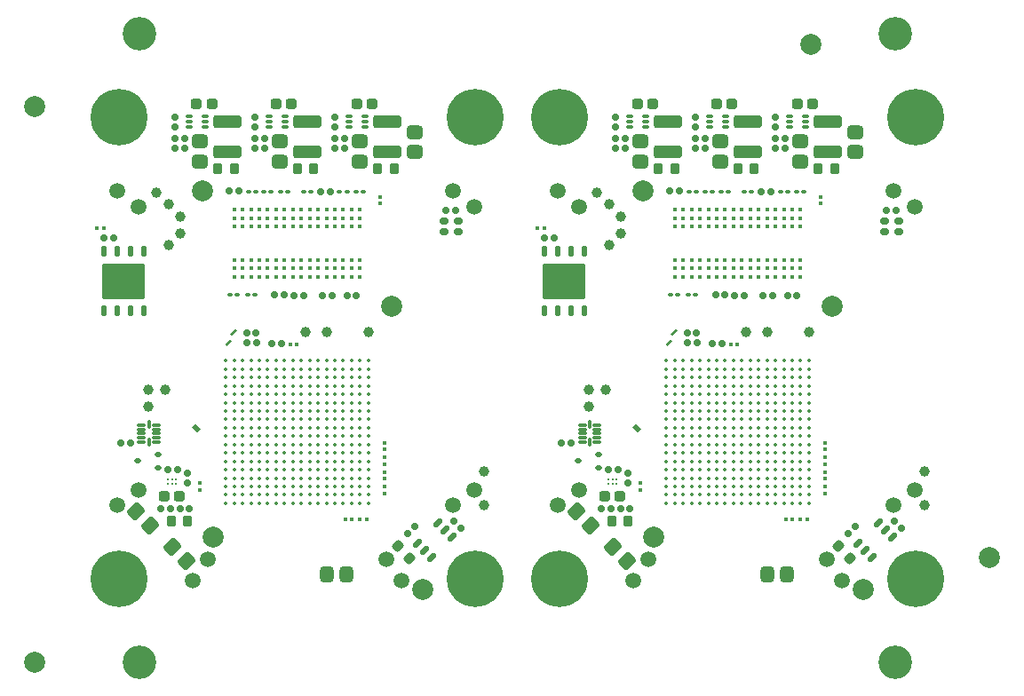
<source format=gbr>
G04*
G04 #@! TF.GenerationSoftware,Altium Limited,Altium Designer,22.4.2 (48)*
G04*
G04 Layer_Color=8388736*
%FSAX24Y24*%
%MOIN*%
G70*
G04*
G04 #@! TF.SameCoordinates,F7066761-1C42-41DA-97EA-36D59BDE51B8*
G04*
G04*
G04 #@! TF.FilePolarity,Negative*
G04*
G01*
G75*
%ADD10C,0.0394*%
%ADD15C,0.0138*%
G04:AMPARAMS|DCode=16|XSize=31.5mil|YSize=27.6mil|CornerRadius=6.9mil|HoleSize=0mil|Usage=FLASHONLY|Rotation=0.000|XOffset=0mil|YOffset=0mil|HoleType=Round|Shape=RoundedRectangle|*
%AMROUNDEDRECTD16*
21,1,0.0315,0.0138,0,0,0.0*
21,1,0.0177,0.0276,0,0,0.0*
1,1,0.0138,0.0089,-0.0069*
1,1,0.0138,-0.0089,-0.0069*
1,1,0.0138,-0.0089,0.0069*
1,1,0.0138,0.0089,0.0069*
%
%ADD16ROUNDEDRECTD16*%
G04:AMPARAMS|DCode=17|XSize=25.2mil|YSize=25.2mil|CornerRadius=6.3mil|HoleSize=0mil|Usage=FLASHONLY|Rotation=90.000|XOffset=0mil|YOffset=0mil|HoleType=Round|Shape=RoundedRectangle|*
%AMROUNDEDRECTD17*
21,1,0.0252,0.0126,0,0,90.0*
21,1,0.0126,0.0252,0,0,90.0*
1,1,0.0126,0.0063,0.0063*
1,1,0.0126,0.0063,-0.0063*
1,1,0.0126,-0.0063,-0.0063*
1,1,0.0126,-0.0063,0.0063*
%
%ADD17ROUNDEDRECTD17*%
%ADD18C,0.0110*%
G04:AMPARAMS|DCode=19|XSize=39.4mil|YSize=35.4mil|CornerRadius=8.9mil|HoleSize=0mil|Usage=FLASHONLY|Rotation=90.000|XOffset=0mil|YOffset=0mil|HoleType=Round|Shape=RoundedRectangle|*
%AMROUNDEDRECTD19*
21,1,0.0394,0.0177,0,0,90.0*
21,1,0.0217,0.0354,0,0,90.0*
1,1,0.0177,0.0089,0.0108*
1,1,0.0177,0.0089,-0.0108*
1,1,0.0177,-0.0089,-0.0108*
1,1,0.0177,-0.0089,0.0108*
%
%ADD19ROUNDEDRECTD19*%
G04:AMPARAMS|DCode=20|XSize=39.4mil|YSize=35.4mil|CornerRadius=8.9mil|HoleSize=0mil|Usage=FLASHONLY|Rotation=225.000|XOffset=0mil|YOffset=0mil|HoleType=Round|Shape=RoundedRectangle|*
%AMROUNDEDRECTD20*
21,1,0.0394,0.0177,0,0,225.0*
21,1,0.0217,0.0354,0,0,225.0*
1,1,0.0177,-0.0139,-0.0014*
1,1,0.0177,0.0014,0.0139*
1,1,0.0177,0.0139,0.0014*
1,1,0.0177,-0.0014,-0.0139*
%
%ADD20ROUNDEDRECTD20*%
G04:AMPARAMS|DCode=21|XSize=107.1mil|YSize=48.4mil|CornerRadius=12.1mil|HoleSize=0mil|Usage=FLASHONLY|Rotation=0.000|XOffset=0mil|YOffset=0mil|HoleType=Round|Shape=RoundedRectangle|*
%AMROUNDEDRECTD21*
21,1,0.1071,0.0242,0,0,0.0*
21,1,0.0829,0.0484,0,0,0.0*
1,1,0.0242,0.0414,-0.0121*
1,1,0.0242,-0.0414,-0.0121*
1,1,0.0242,-0.0414,0.0121*
1,1,0.0242,0.0414,0.0121*
%
%ADD21ROUNDEDRECTD21*%
G04:AMPARAMS|DCode=22|XSize=59.1mil|YSize=51.2mil|CornerRadius=12.8mil|HoleSize=0mil|Usage=FLASHONLY|Rotation=0.000|XOffset=0mil|YOffset=0mil|HoleType=Round|Shape=RoundedRectangle|*
%AMROUNDEDRECTD22*
21,1,0.0591,0.0256,0,0,0.0*
21,1,0.0335,0.0512,0,0,0.0*
1,1,0.0256,0.0167,-0.0128*
1,1,0.0256,-0.0167,-0.0128*
1,1,0.0256,-0.0167,0.0128*
1,1,0.0256,0.0167,0.0128*
%
%ADD22ROUNDEDRECTD22*%
G04:AMPARAMS|DCode=23|XSize=37.4mil|YSize=41.3mil|CornerRadius=9.4mil|HoleSize=0mil|Usage=FLASHONLY|Rotation=270.000|XOffset=0mil|YOffset=0mil|HoleType=Round|Shape=RoundedRectangle|*
%AMROUNDEDRECTD23*
21,1,0.0374,0.0226,0,0,270.0*
21,1,0.0187,0.0413,0,0,270.0*
1,1,0.0187,-0.0113,-0.0094*
1,1,0.0187,-0.0113,0.0094*
1,1,0.0187,0.0113,0.0094*
1,1,0.0187,0.0113,-0.0094*
%
%ADD23ROUNDEDRECTD23*%
G04:AMPARAMS|DCode=24|XSize=59.1mil|YSize=51.2mil|CornerRadius=12.8mil|HoleSize=0mil|Usage=FLASHONLY|Rotation=45.000|XOffset=0mil|YOffset=0mil|HoleType=Round|Shape=RoundedRectangle|*
%AMROUNDEDRECTD24*
21,1,0.0591,0.0256,0,0,45.0*
21,1,0.0335,0.0512,0,0,45.0*
1,1,0.0256,0.0209,0.0028*
1,1,0.0256,-0.0028,-0.0209*
1,1,0.0256,-0.0209,-0.0028*
1,1,0.0256,0.0028,0.0209*
%
%ADD24ROUNDEDRECTD24*%
G04:AMPARAMS|DCode=25|XSize=59.1mil|YSize=51.2mil|CornerRadius=12.8mil|HoleSize=0mil|Usage=FLASHONLY|Rotation=90.000|XOffset=0mil|YOffset=0mil|HoleType=Round|Shape=RoundedRectangle|*
%AMROUNDEDRECTD25*
21,1,0.0591,0.0256,0,0,90.0*
21,1,0.0335,0.0512,0,0,90.0*
1,1,0.0256,0.0128,0.0167*
1,1,0.0256,0.0128,-0.0167*
1,1,0.0256,-0.0128,-0.0167*
1,1,0.0256,-0.0128,0.0167*
%
%ADD25ROUNDEDRECTD25*%
G04:AMPARAMS|DCode=26|XSize=23.6mil|YSize=23.6mil|CornerRadius=5.9mil|HoleSize=0mil|Usage=FLASHONLY|Rotation=270.000|XOffset=0mil|YOffset=0mil|HoleType=Round|Shape=RoundedRectangle|*
%AMROUNDEDRECTD26*
21,1,0.0236,0.0118,0,0,270.0*
21,1,0.0118,0.0236,0,0,270.0*
1,1,0.0118,-0.0059,-0.0059*
1,1,0.0118,-0.0059,0.0059*
1,1,0.0118,0.0059,0.0059*
1,1,0.0118,0.0059,-0.0059*
%
%ADD26ROUNDEDRECTD26*%
G04:AMPARAMS|DCode=27|XSize=23.6mil|YSize=23.6mil|CornerRadius=5.9mil|HoleSize=0mil|Usage=FLASHONLY|Rotation=0.000|XOffset=0mil|YOffset=0mil|HoleType=Round|Shape=RoundedRectangle|*
%AMROUNDEDRECTD27*
21,1,0.0236,0.0118,0,0,0.0*
21,1,0.0118,0.0236,0,0,0.0*
1,1,0.0118,0.0059,-0.0059*
1,1,0.0118,-0.0059,-0.0059*
1,1,0.0118,-0.0059,0.0059*
1,1,0.0118,0.0059,0.0059*
%
%ADD27ROUNDEDRECTD27*%
G04:AMPARAMS|DCode=28|XSize=25.2mil|YSize=25.2mil|CornerRadius=6.3mil|HoleSize=0mil|Usage=FLASHONLY|Rotation=0.000|XOffset=0mil|YOffset=0mil|HoleType=Round|Shape=RoundedRectangle|*
%AMROUNDEDRECTD28*
21,1,0.0252,0.0126,0,0,0.0*
21,1,0.0126,0.0252,0,0,0.0*
1,1,0.0126,0.0063,-0.0063*
1,1,0.0126,-0.0063,-0.0063*
1,1,0.0126,-0.0063,0.0063*
1,1,0.0126,0.0063,0.0063*
%
%ADD28ROUNDEDRECTD28*%
G04:AMPARAMS|DCode=29|XSize=25.2mil|YSize=25.2mil|CornerRadius=6.3mil|HoleSize=0mil|Usage=FLASHONLY|Rotation=315.000|XOffset=0mil|YOffset=0mil|HoleType=Round|Shape=RoundedRectangle|*
%AMROUNDEDRECTD29*
21,1,0.0252,0.0126,0,0,315.0*
21,1,0.0126,0.0252,0,0,315.0*
1,1,0.0126,0.0000,-0.0089*
1,1,0.0126,-0.0089,0.0000*
1,1,0.0126,0.0000,0.0089*
1,1,0.0126,0.0089,0.0000*
%
%ADD29ROUNDEDRECTD29*%
G04:AMPARAMS|DCode=30|XSize=25.2mil|YSize=25.2mil|CornerRadius=6.3mil|HoleSize=0mil|Usage=FLASHONLY|Rotation=225.000|XOffset=0mil|YOffset=0mil|HoleType=Round|Shape=RoundedRectangle|*
%AMROUNDEDRECTD30*
21,1,0.0252,0.0126,0,0,225.0*
21,1,0.0126,0.0252,0,0,225.0*
1,1,0.0126,-0.0089,0.0000*
1,1,0.0126,0.0000,0.0089*
1,1,0.0126,0.0089,0.0000*
1,1,0.0126,0.0000,-0.0089*
%
%ADD30ROUNDEDRECTD30*%
G04:AMPARAMS|DCode=31|XSize=13.8mil|YSize=15.7mil|CornerRadius=3.4mil|HoleSize=0mil|Usage=FLASHONLY|Rotation=270.000|XOffset=0mil|YOffset=0mil|HoleType=Round|Shape=RoundedRectangle|*
%AMROUNDEDRECTD31*
21,1,0.0138,0.0089,0,0,270.0*
21,1,0.0069,0.0157,0,0,270.0*
1,1,0.0069,-0.0044,-0.0034*
1,1,0.0069,-0.0044,0.0034*
1,1,0.0069,0.0044,0.0034*
1,1,0.0069,0.0044,-0.0034*
%
%ADD31ROUNDEDRECTD31*%
G04:AMPARAMS|DCode=32|XSize=13.8mil|YSize=15.7mil|CornerRadius=3.4mil|HoleSize=0mil|Usage=FLASHONLY|Rotation=180.000|XOffset=0mil|YOffset=0mil|HoleType=Round|Shape=RoundedRectangle|*
%AMROUNDEDRECTD32*
21,1,0.0138,0.0089,0,0,180.0*
21,1,0.0069,0.0157,0,0,180.0*
1,1,0.0069,-0.0034,0.0044*
1,1,0.0069,0.0034,0.0044*
1,1,0.0069,0.0034,-0.0044*
1,1,0.0069,-0.0034,-0.0044*
%
%ADD32ROUNDEDRECTD32*%
G04:AMPARAMS|DCode=33|XSize=16.5mil|YSize=18.1mil|CornerRadius=4.1mil|HoleSize=0mil|Usage=FLASHONLY|Rotation=270.000|XOffset=0mil|YOffset=0mil|HoleType=Round|Shape=RoundedRectangle|*
%AMROUNDEDRECTD33*
21,1,0.0165,0.0098,0,0,270.0*
21,1,0.0083,0.0181,0,0,270.0*
1,1,0.0083,-0.0049,-0.0041*
1,1,0.0083,-0.0049,0.0041*
1,1,0.0083,0.0049,0.0041*
1,1,0.0083,0.0049,-0.0041*
%
%ADD33ROUNDEDRECTD33*%
G04:AMPARAMS|DCode=34|XSize=11.8mil|YSize=26.4mil|CornerRadius=3mil|HoleSize=0mil|Usage=FLASHONLY|Rotation=270.000|XOffset=0mil|YOffset=0mil|HoleType=Round|Shape=RoundedRectangle|*
%AMROUNDEDRECTD34*
21,1,0.0118,0.0205,0,0,270.0*
21,1,0.0059,0.0264,0,0,270.0*
1,1,0.0059,-0.0102,-0.0030*
1,1,0.0059,-0.0102,0.0030*
1,1,0.0059,0.0102,0.0030*
1,1,0.0059,0.0102,-0.0030*
%
%ADD34ROUNDEDRECTD34*%
%ADD35C,0.0157*%
G04:AMPARAMS|DCode=36|XSize=21.7mil|YSize=39.4mil|CornerRadius=5.4mil|HoleSize=0mil|Usage=FLASHONLY|Rotation=135.000|XOffset=0mil|YOffset=0mil|HoleType=Round|Shape=RoundedRectangle|*
%AMROUNDEDRECTD36*
21,1,0.0217,0.0285,0,0,135.0*
21,1,0.0108,0.0394,0,0,135.0*
1,1,0.0108,0.0063,0.0139*
1,1,0.0108,0.0139,0.0063*
1,1,0.0108,-0.0063,-0.0139*
1,1,0.0108,-0.0139,-0.0063*
%
%ADD36ROUNDEDRECTD36*%
G04:AMPARAMS|DCode=37|XSize=18.5mil|YSize=23.6mil|CornerRadius=4.6mil|HoleSize=0mil|Usage=FLASHONLY|Rotation=90.000|XOffset=0mil|YOffset=0mil|HoleType=Round|Shape=RoundedRectangle|*
%AMROUNDEDRECTD37*
21,1,0.0185,0.0144,0,0,90.0*
21,1,0.0093,0.0236,0,0,90.0*
1,1,0.0093,0.0072,0.0046*
1,1,0.0093,0.0072,-0.0046*
1,1,0.0093,-0.0072,-0.0046*
1,1,0.0093,-0.0072,0.0046*
%
%ADD37ROUNDEDRECTD37*%
G04:AMPARAMS|DCode=40|XSize=17.7mil|YSize=41.3mil|CornerRadius=4.4mil|HoleSize=0mil|Usage=FLASHONLY|Rotation=180.000|XOffset=0mil|YOffset=0mil|HoleType=Round|Shape=RoundedRectangle|*
%AMROUNDEDRECTD40*
21,1,0.0177,0.0325,0,0,180.0*
21,1,0.0089,0.0413,0,0,180.0*
1,1,0.0089,-0.0044,0.0162*
1,1,0.0089,0.0044,0.0162*
1,1,0.0089,0.0044,-0.0162*
1,1,0.0089,-0.0044,-0.0162*
%
%ADD40ROUNDEDRECTD40*%
G04:AMPARAMS|DCode=41|XSize=157.5mil|YSize=133.9mil|CornerRadius=3.3mil|HoleSize=0mil|Usage=FLASHONLY|Rotation=180.000|XOffset=0mil|YOffset=0mil|HoleType=Round|Shape=RoundedRectangle|*
%AMROUNDEDRECTD41*
21,1,0.1575,0.1272,0,0,180.0*
21,1,0.1508,0.1339,0,0,180.0*
1,1,0.0067,-0.0754,0.0636*
1,1,0.0067,0.0754,0.0636*
1,1,0.0067,0.0754,-0.0636*
1,1,0.0067,-0.0754,-0.0636*
%
%ADD41ROUNDEDRECTD41*%
%ADD46C,0.1260*%
%ADD47C,0.2126*%
%ADD48C,0.0591*%
%ADD64C,0.0787*%
G04:AMPARAMS|DCode=65|XSize=11.9mil|YSize=31.6mil|CornerRadius=4mil|HoleSize=0mil|Usage=FLASHONLY|Rotation=180.000|XOffset=0mil|YOffset=0mil|HoleType=Round|Shape=RoundedRectangle|*
%AMROUNDEDRECTD65*
21,1,0.0119,0.0236,0,0,180.0*
21,1,0.0039,0.0316,0,0,180.0*
1,1,0.0079,-0.0020,0.0118*
1,1,0.0079,0.0020,0.0118*
1,1,0.0079,0.0020,-0.0118*
1,1,0.0079,-0.0020,-0.0118*
%
%ADD65ROUNDEDRECTD65*%
G04:AMPARAMS|DCode=66|XSize=11.9mil|YSize=31.6mil|CornerRadius=4mil|HoleSize=0mil|Usage=FLASHONLY|Rotation=270.000|XOffset=0mil|YOffset=0mil|HoleType=Round|Shape=RoundedRectangle|*
%AMROUNDEDRECTD66*
21,1,0.0119,0.0236,0,0,270.0*
21,1,0.0039,0.0316,0,0,270.0*
1,1,0.0079,-0.0118,-0.0020*
1,1,0.0079,-0.0118,0.0020*
1,1,0.0079,0.0118,0.0020*
1,1,0.0079,0.0118,-0.0020*
%
%ADD66ROUNDEDRECTD66*%
G36*
X026083Y014449D02*
X025896Y014262D01*
X025837Y014321D01*
X026024Y014508D01*
X026083Y014449D01*
D02*
G37*
G36*
X009547D02*
X009360Y014262D01*
X009301Y014321D01*
X009488Y014508D01*
X009547Y014449D01*
D02*
G37*
G36*
X025901Y014050D02*
X025714Y013863D01*
X025655Y013922D01*
X025842Y014109D01*
X025901Y014050D01*
D02*
G37*
G36*
X009365D02*
X009178Y013863D01*
X009119Y013922D01*
X009306Y014109D01*
X009365Y014050D01*
D02*
G37*
G36*
X024719Y010753D02*
X024582Y010615D01*
X024395Y010802D01*
X024532Y010940D01*
X024719Y010753D01*
D02*
G37*
G36*
X008184D02*
X008046Y010615D01*
X007859Y010802D01*
X007997Y010940D01*
X008184Y010753D01*
D02*
G37*
D10*
X012136Y014370D02*
D03*
X012923D02*
D03*
X018839Y007874D02*
D03*
X018839Y009154D02*
D03*
X006535Y019626D02*
D03*
X006988Y017638D02*
D03*
X007421Y018091D02*
D03*
Y018720D02*
D03*
X006988Y019173D02*
D03*
X006240Y012224D02*
D03*
Y011594D02*
D03*
X006850Y012224D02*
D03*
X014498Y014370D02*
D03*
X028671D02*
D03*
X029459D02*
D03*
X035374Y007874D02*
D03*
X035374Y009154D02*
D03*
X023071Y019626D02*
D03*
X023524Y017638D02*
D03*
X023957Y018091D02*
D03*
Y018720D02*
D03*
X023524Y019173D02*
D03*
X022776Y012224D02*
D03*
Y011594D02*
D03*
X023386Y012224D02*
D03*
X031033Y014370D02*
D03*
D15*
X012913Y009528D02*
D03*
X013228Y008898D02*
D03*
Y012677D02*
D03*
X014173Y012992D02*
D03*
X013228Y009528D02*
D03*
Y012362D02*
D03*
X014488Y012992D02*
D03*
Y013307D02*
D03*
Y012677D02*
D03*
X014173Y013307D02*
D03*
Y012677D02*
D03*
X014488Y012362D02*
D03*
X014173D02*
D03*
Y012047D02*
D03*
X013858Y012362D02*
D03*
Y012047D02*
D03*
Y013307D02*
D03*
X013543Y012992D02*
D03*
X013858D02*
D03*
X013543Y013307D02*
D03*
X013228Y012992D02*
D03*
X013858Y012677D02*
D03*
X013543Y012362D02*
D03*
Y012047D02*
D03*
Y012677D02*
D03*
X014488Y011732D02*
D03*
Y012047D02*
D03*
Y011417D02*
D03*
X014173D02*
D03*
Y011732D02*
D03*
X013858Y011102D02*
D03*
X014488D02*
D03*
X014173Y010787D02*
D03*
X014488D02*
D03*
X014173Y011102D02*
D03*
X013858Y010787D02*
D03*
Y011732D02*
D03*
X013543D02*
D03*
Y011417D02*
D03*
X013228Y011732D02*
D03*
Y011417D02*
D03*
X013858D02*
D03*
X013543Y011102D02*
D03*
Y010787D02*
D03*
X013228Y011102D02*
D03*
Y010787D02*
D03*
Y013307D02*
D03*
X012913D02*
D03*
Y012992D02*
D03*
X012598D02*
D03*
Y013307D02*
D03*
Y012677D02*
D03*
X012913Y012362D02*
D03*
Y012677D02*
D03*
X013228Y012047D02*
D03*
X012598Y012362D02*
D03*
X012283Y012047D02*
D03*
Y013307D02*
D03*
X011969Y012992D02*
D03*
X012283D02*
D03*
X011969Y013307D02*
D03*
X011654D02*
D03*
Y012992D02*
D03*
X012283Y012677D02*
D03*
X011969Y012362D02*
D03*
X012283D02*
D03*
X011654Y012677D02*
D03*
X011969D02*
D03*
X012913Y011732D02*
D03*
Y012047D02*
D03*
Y011417D02*
D03*
X012598Y011732D02*
D03*
Y012047D02*
D03*
Y011417D02*
D03*
X012913Y011102D02*
D03*
X012598Y010787D02*
D03*
X012913D02*
D03*
X012598Y011102D02*
D03*
X012283Y010787D02*
D03*
Y011732D02*
D03*
X011969Y011417D02*
D03*
X012283D02*
D03*
X011969Y012047D02*
D03*
Y011732D02*
D03*
X012283Y011102D02*
D03*
X011969D02*
D03*
Y010787D02*
D03*
X011654Y011102D02*
D03*
X014488Y010157D02*
D03*
Y010472D02*
D03*
Y009843D02*
D03*
X014173D02*
D03*
Y010157D02*
D03*
Y009528D02*
D03*
X014488D02*
D03*
X014173Y009213D02*
D03*
Y010472D02*
D03*
X013858D02*
D03*
Y010157D02*
D03*
X013543D02*
D03*
Y010472D02*
D03*
Y009843D02*
D03*
X013858Y009528D02*
D03*
Y009843D02*
D03*
X013543Y009213D02*
D03*
Y009528D02*
D03*
X013228Y009213D02*
D03*
X014488Y008898D02*
D03*
Y009213D02*
D03*
Y008583D02*
D03*
X014173D02*
D03*
Y008898D02*
D03*
X013858Y008268D02*
D03*
X014488D02*
D03*
X014173Y007953D02*
D03*
X014488D02*
D03*
X014173Y008268D02*
D03*
X013858Y007953D02*
D03*
Y008898D02*
D03*
Y009213D02*
D03*
X013543Y008583D02*
D03*
Y008898D02*
D03*
X013858Y008583D02*
D03*
X013543Y008268D02*
D03*
Y007953D02*
D03*
X013228Y008268D02*
D03*
Y007953D02*
D03*
Y010472D02*
D03*
X012913Y010157D02*
D03*
X013228D02*
D03*
X012913Y010472D02*
D03*
X012598Y010157D02*
D03*
Y009843D02*
D03*
X013228D02*
D03*
X012913D02*
D03*
X012598Y009528D02*
D03*
Y010472D02*
D03*
X012283D02*
D03*
X011969Y010157D02*
D03*
Y010472D02*
D03*
X011654Y010157D02*
D03*
X012283Y009843D02*
D03*
Y010157D02*
D03*
Y009528D02*
D03*
X011969Y009843D02*
D03*
Y009528D02*
D03*
X012913Y008898D02*
D03*
Y009213D02*
D03*
Y008583D02*
D03*
X012598Y008898D02*
D03*
Y009213D02*
D03*
Y008583D02*
D03*
X013228D02*
D03*
X012913Y008268D02*
D03*
Y007953D02*
D03*
X012598Y008268D02*
D03*
Y007953D02*
D03*
X012283Y008898D02*
D03*
Y009213D02*
D03*
X011969Y008583D02*
D03*
Y009213D02*
D03*
Y008898D02*
D03*
X012283Y008268D02*
D03*
Y008583D02*
D03*
Y007953D02*
D03*
X011969Y008268D02*
D03*
Y007953D02*
D03*
X011339Y012992D02*
D03*
Y013307D02*
D03*
Y012677D02*
D03*
X011024Y012992D02*
D03*
Y013307D02*
D03*
Y012677D02*
D03*
X011654Y012362D02*
D03*
X011339D02*
D03*
Y012047D02*
D03*
X011024Y012362D02*
D03*
Y012047D02*
D03*
X010709Y013307D02*
D03*
X010394Y012992D02*
D03*
X010709D02*
D03*
Y012362D02*
D03*
Y012677D02*
D03*
Y012047D02*
D03*
X010394Y012362D02*
D03*
Y012047D02*
D03*
X011654Y011732D02*
D03*
Y012047D02*
D03*
Y011417D02*
D03*
X011339D02*
D03*
Y011732D02*
D03*
Y011102D02*
D03*
X011654Y010787D02*
D03*
X011339D02*
D03*
Y010472D02*
D03*
X011024Y010787D02*
D03*
Y010472D02*
D03*
Y011732D02*
D03*
X010709Y011417D02*
D03*
X011024D02*
D03*
X010709Y011732D02*
D03*
X010394Y011417D02*
D03*
X011024Y011102D02*
D03*
X010709D02*
D03*
Y010787D02*
D03*
X010394Y011102D02*
D03*
Y010787D02*
D03*
Y013307D02*
D03*
X010079Y012992D02*
D03*
Y012677D02*
D03*
Y013307D02*
D03*
X009764Y012992D02*
D03*
Y012677D02*
D03*
X010394D02*
D03*
X010079Y012362D02*
D03*
Y012047D02*
D03*
X009764Y012362D02*
D03*
Y012047D02*
D03*
Y013307D02*
D03*
X009449D02*
D03*
Y012992D02*
D03*
X009134D02*
D03*
Y013307D02*
D03*
Y012677D02*
D03*
X009449Y012362D02*
D03*
Y012677D02*
D03*
Y012047D02*
D03*
X009134Y012362D02*
D03*
Y012047D02*
D03*
X010394Y011732D02*
D03*
X010079Y011417D02*
D03*
Y011102D02*
D03*
Y011732D02*
D03*
X009764Y011417D02*
D03*
Y011102D02*
D03*
X010079Y010472D02*
D03*
Y010787D02*
D03*
X010394Y010472D02*
D03*
X009764Y010787D02*
D03*
Y010472D02*
D03*
Y011732D02*
D03*
X009449D02*
D03*
Y011417D02*
D03*
X009134Y011732D02*
D03*
Y011417D02*
D03*
X009449Y010787D02*
D03*
Y011102D02*
D03*
Y010472D02*
D03*
X009134Y011102D02*
D03*
Y010787D02*
D03*
X011654Y009843D02*
D03*
Y010472D02*
D03*
Y009528D02*
D03*
X011339Y009843D02*
D03*
Y010157D02*
D03*
Y009528D02*
D03*
X011654Y009213D02*
D03*
X011339Y008898D02*
D03*
X011024Y009213D02*
D03*
X011339D02*
D03*
X011024Y010157D02*
D03*
X010709Y009843D02*
D03*
X011024D02*
D03*
X010709Y010157D02*
D03*
Y010472D02*
D03*
X010394Y009528D02*
D03*
X011024D02*
D03*
X010709Y009213D02*
D03*
Y009528D02*
D03*
X010394Y008898D02*
D03*
X011654D02*
D03*
X011339Y008583D02*
D03*
X011654D02*
D03*
X011024D02*
D03*
Y008898D02*
D03*
Y008268D02*
D03*
X011654D02*
D03*
X011339Y007953D02*
D03*
X011654D02*
D03*
X011339Y008268D02*
D03*
X011024Y007953D02*
D03*
X010709Y008583D02*
D03*
Y008898D02*
D03*
Y008268D02*
D03*
X010394Y008583D02*
D03*
Y008268D02*
D03*
Y007953D02*
D03*
X010709D02*
D03*
X010394Y010157D02*
D03*
X010079Y009843D02*
D03*
X010394D02*
D03*
X010079Y010157D02*
D03*
X009764D02*
D03*
Y009843D02*
D03*
X010079Y009528D02*
D03*
X009764Y009213D02*
D03*
X010079D02*
D03*
X009764Y009528D02*
D03*
X009449Y009213D02*
D03*
Y009843D02*
D03*
Y010157D02*
D03*
X009134Y009528D02*
D03*
Y010157D02*
D03*
Y010472D02*
D03*
Y009843D02*
D03*
X009449Y009528D02*
D03*
X009134Y009213D02*
D03*
X010394D02*
D03*
X010079Y008898D02*
D03*
Y008583D02*
D03*
X009764D02*
D03*
Y008898D02*
D03*
X009449Y008268D02*
D03*
X010079D02*
D03*
X009764Y007953D02*
D03*
X010079D02*
D03*
X009764Y008268D02*
D03*
X009449Y007953D02*
D03*
Y008583D02*
D03*
Y008898D02*
D03*
X009134Y008268D02*
D03*
Y008898D02*
D03*
Y008583D02*
D03*
Y007953D02*
D03*
X029449Y009528D02*
D03*
X029764Y008898D02*
D03*
Y012677D02*
D03*
X030709Y012992D02*
D03*
X029764Y009528D02*
D03*
Y012362D02*
D03*
X031024Y012992D02*
D03*
Y013307D02*
D03*
Y012677D02*
D03*
X030709Y013307D02*
D03*
Y012677D02*
D03*
X031024Y012362D02*
D03*
X030709D02*
D03*
Y012047D02*
D03*
X030394Y012362D02*
D03*
Y012047D02*
D03*
Y013307D02*
D03*
X030079Y012992D02*
D03*
X030394D02*
D03*
X030079Y013307D02*
D03*
X029764Y012992D02*
D03*
X030394Y012677D02*
D03*
X030079Y012362D02*
D03*
Y012047D02*
D03*
Y012677D02*
D03*
X031024Y011732D02*
D03*
Y012047D02*
D03*
Y011417D02*
D03*
X030709D02*
D03*
Y011732D02*
D03*
X030394Y011102D02*
D03*
X031024D02*
D03*
X030709Y010787D02*
D03*
X031024D02*
D03*
X030709Y011102D02*
D03*
X030394Y010787D02*
D03*
Y011732D02*
D03*
X030079D02*
D03*
Y011417D02*
D03*
X029764Y011732D02*
D03*
Y011417D02*
D03*
X030394D02*
D03*
X030079Y011102D02*
D03*
Y010787D02*
D03*
X029764Y011102D02*
D03*
Y010787D02*
D03*
Y013307D02*
D03*
X029449D02*
D03*
Y012992D02*
D03*
X029134D02*
D03*
Y013307D02*
D03*
Y012677D02*
D03*
X029449Y012362D02*
D03*
Y012677D02*
D03*
X029764Y012047D02*
D03*
X029134Y012362D02*
D03*
X028819Y012047D02*
D03*
Y013307D02*
D03*
X028504Y012992D02*
D03*
X028819D02*
D03*
X028504Y013307D02*
D03*
X028189D02*
D03*
Y012992D02*
D03*
X028819Y012677D02*
D03*
X028504Y012362D02*
D03*
X028819D02*
D03*
X028189Y012677D02*
D03*
X028504D02*
D03*
X029449Y011732D02*
D03*
Y012047D02*
D03*
Y011417D02*
D03*
X029134Y011732D02*
D03*
Y012047D02*
D03*
Y011417D02*
D03*
X029449Y011102D02*
D03*
X029134Y010787D02*
D03*
X029449D02*
D03*
X029134Y011102D02*
D03*
X028819Y010787D02*
D03*
Y011732D02*
D03*
X028504Y011417D02*
D03*
X028819D02*
D03*
X028504Y012047D02*
D03*
Y011732D02*
D03*
X028819Y011102D02*
D03*
X028504D02*
D03*
Y010787D02*
D03*
X028189Y011102D02*
D03*
X031024Y010157D02*
D03*
Y010472D02*
D03*
Y009843D02*
D03*
X030709D02*
D03*
Y010157D02*
D03*
Y009528D02*
D03*
X031024D02*
D03*
X030709Y009213D02*
D03*
Y010472D02*
D03*
X030394D02*
D03*
Y010157D02*
D03*
X030079D02*
D03*
Y010472D02*
D03*
Y009843D02*
D03*
X030394Y009528D02*
D03*
Y009843D02*
D03*
X030079Y009213D02*
D03*
Y009528D02*
D03*
X029764Y009213D02*
D03*
X031024Y008898D02*
D03*
Y009213D02*
D03*
Y008583D02*
D03*
X030709D02*
D03*
Y008898D02*
D03*
X030394Y008268D02*
D03*
X031024D02*
D03*
X030709Y007953D02*
D03*
X031024D02*
D03*
X030709Y008268D02*
D03*
X030394Y007953D02*
D03*
Y008898D02*
D03*
Y009213D02*
D03*
X030079Y008583D02*
D03*
Y008898D02*
D03*
X030394Y008583D02*
D03*
X030079Y008268D02*
D03*
Y007953D02*
D03*
X029764Y008268D02*
D03*
Y007953D02*
D03*
Y010472D02*
D03*
X029449Y010157D02*
D03*
X029764D02*
D03*
X029449Y010472D02*
D03*
X029134Y010157D02*
D03*
Y009843D02*
D03*
X029764D02*
D03*
X029449D02*
D03*
X029134Y009528D02*
D03*
Y010472D02*
D03*
X028819D02*
D03*
X028504Y010157D02*
D03*
Y010472D02*
D03*
X028189Y010157D02*
D03*
X028819Y009843D02*
D03*
Y010157D02*
D03*
Y009528D02*
D03*
X028504Y009843D02*
D03*
Y009528D02*
D03*
X029449Y008898D02*
D03*
Y009213D02*
D03*
Y008583D02*
D03*
X029134Y008898D02*
D03*
Y009213D02*
D03*
Y008583D02*
D03*
X029764D02*
D03*
X029449Y008268D02*
D03*
Y007953D02*
D03*
X029134Y008268D02*
D03*
Y007953D02*
D03*
X028819Y008898D02*
D03*
Y009213D02*
D03*
X028504Y008583D02*
D03*
Y009213D02*
D03*
Y008898D02*
D03*
X028819Y008268D02*
D03*
Y008583D02*
D03*
Y007953D02*
D03*
X028504Y008268D02*
D03*
Y007953D02*
D03*
X027874Y012992D02*
D03*
Y013307D02*
D03*
Y012677D02*
D03*
X027559Y012992D02*
D03*
Y013307D02*
D03*
Y012677D02*
D03*
X028189Y012362D02*
D03*
X027874D02*
D03*
Y012047D02*
D03*
X027559Y012362D02*
D03*
Y012047D02*
D03*
X027244Y013307D02*
D03*
X026929Y012992D02*
D03*
X027244D02*
D03*
Y012362D02*
D03*
Y012677D02*
D03*
Y012047D02*
D03*
X026929Y012362D02*
D03*
Y012047D02*
D03*
X028189Y011732D02*
D03*
Y012047D02*
D03*
Y011417D02*
D03*
X027874D02*
D03*
Y011732D02*
D03*
Y011102D02*
D03*
X028189Y010787D02*
D03*
X027874D02*
D03*
Y010472D02*
D03*
X027559Y010787D02*
D03*
Y010472D02*
D03*
Y011732D02*
D03*
X027244Y011417D02*
D03*
X027559D02*
D03*
X027244Y011732D02*
D03*
X026929Y011417D02*
D03*
X027559Y011102D02*
D03*
X027244D02*
D03*
Y010787D02*
D03*
X026929Y011102D02*
D03*
Y010787D02*
D03*
Y013307D02*
D03*
X026614Y012992D02*
D03*
Y012677D02*
D03*
Y013307D02*
D03*
X026299Y012992D02*
D03*
Y012677D02*
D03*
X026929D02*
D03*
X026614Y012362D02*
D03*
Y012047D02*
D03*
X026299Y012362D02*
D03*
Y012047D02*
D03*
Y013307D02*
D03*
X025984D02*
D03*
Y012992D02*
D03*
X025669D02*
D03*
Y013307D02*
D03*
Y012677D02*
D03*
X025984Y012362D02*
D03*
Y012677D02*
D03*
Y012047D02*
D03*
X025669Y012362D02*
D03*
Y012047D02*
D03*
X026929Y011732D02*
D03*
X026614Y011417D02*
D03*
Y011102D02*
D03*
Y011732D02*
D03*
X026299Y011417D02*
D03*
Y011102D02*
D03*
X026614Y010472D02*
D03*
Y010787D02*
D03*
X026929Y010472D02*
D03*
X026299Y010787D02*
D03*
Y010472D02*
D03*
Y011732D02*
D03*
X025984D02*
D03*
Y011417D02*
D03*
X025669Y011732D02*
D03*
Y011417D02*
D03*
X025984Y010787D02*
D03*
Y011102D02*
D03*
Y010472D02*
D03*
X025669Y011102D02*
D03*
Y010787D02*
D03*
X028189Y009843D02*
D03*
Y010472D02*
D03*
Y009528D02*
D03*
X027874Y009843D02*
D03*
Y010157D02*
D03*
Y009528D02*
D03*
X028189Y009213D02*
D03*
X027874Y008898D02*
D03*
X027559Y009213D02*
D03*
X027874D02*
D03*
X027559Y010157D02*
D03*
X027244Y009843D02*
D03*
X027559D02*
D03*
X027244Y010157D02*
D03*
Y010472D02*
D03*
X026929Y009528D02*
D03*
X027559D02*
D03*
X027244Y009213D02*
D03*
Y009528D02*
D03*
X026929Y008898D02*
D03*
X028189D02*
D03*
X027874Y008583D02*
D03*
X028189D02*
D03*
X027559D02*
D03*
Y008898D02*
D03*
Y008268D02*
D03*
X028189D02*
D03*
X027874Y007953D02*
D03*
X028189D02*
D03*
X027874Y008268D02*
D03*
X027559Y007953D02*
D03*
X027244Y008583D02*
D03*
Y008898D02*
D03*
Y008268D02*
D03*
X026929Y008583D02*
D03*
Y008268D02*
D03*
Y007953D02*
D03*
X027244D02*
D03*
X026929Y010157D02*
D03*
X026614Y009843D02*
D03*
X026929D02*
D03*
X026614Y010157D02*
D03*
X026299D02*
D03*
Y009843D02*
D03*
X026614Y009528D02*
D03*
X026299Y009213D02*
D03*
X026614D02*
D03*
X026299Y009528D02*
D03*
X025984Y009213D02*
D03*
Y009843D02*
D03*
Y010157D02*
D03*
X025669Y009528D02*
D03*
Y010157D02*
D03*
Y010472D02*
D03*
Y009843D02*
D03*
X025984Y009528D02*
D03*
X025669Y009213D02*
D03*
X026929D02*
D03*
X026614Y008898D02*
D03*
Y008583D02*
D03*
X026299D02*
D03*
Y008898D02*
D03*
X025984Y008268D02*
D03*
X026614D02*
D03*
X026299Y007953D02*
D03*
X026614D02*
D03*
X026299Y008268D02*
D03*
X025984Y007953D02*
D03*
Y008583D02*
D03*
Y008898D02*
D03*
X025669Y008268D02*
D03*
Y008898D02*
D03*
Y008583D02*
D03*
Y007953D02*
D03*
D16*
X017334Y018544D02*
D03*
X017846D02*
D03*
Y018150D02*
D03*
X017334D02*
D03*
X033870Y018544D02*
D03*
X034381D02*
D03*
Y018150D02*
D03*
X033870D02*
D03*
D17*
X017770Y018947D02*
D03*
X017407D02*
D03*
X006955Y009232D02*
D03*
X007317D02*
D03*
X010280Y013976D02*
D03*
X009917D02*
D03*
X013124Y015748D02*
D03*
X012762D02*
D03*
X012061D02*
D03*
X011699D02*
D03*
X013677D02*
D03*
X014039D02*
D03*
X009268Y019685D02*
D03*
X009630D02*
D03*
X004915Y017913D02*
D03*
X004553D02*
D03*
X005193Y010207D02*
D03*
X005555D02*
D03*
X034305Y018947D02*
D03*
X033943D02*
D03*
X023490Y009232D02*
D03*
X023852D02*
D03*
X026815Y013976D02*
D03*
X026453D02*
D03*
X029659Y015748D02*
D03*
X029297D02*
D03*
X028596D02*
D03*
X028234D02*
D03*
X030213D02*
D03*
X030575D02*
D03*
X025803Y019685D02*
D03*
X026165D02*
D03*
X021451Y017913D02*
D03*
X021089D02*
D03*
X021728Y010207D02*
D03*
X022091D02*
D03*
D18*
X007274Y008848D02*
D03*
Y008691D02*
D03*
X007116Y008848D02*
D03*
Y008691D02*
D03*
X006959Y008848D02*
D03*
Y008691D02*
D03*
X023809Y008848D02*
D03*
Y008691D02*
D03*
X023652Y008848D02*
D03*
Y008691D02*
D03*
X023494Y008848D02*
D03*
Y008691D02*
D03*
D19*
X008819Y020512D02*
D03*
X009449D02*
D03*
X007077Y007274D02*
D03*
X007707D02*
D03*
X011811Y020512D02*
D03*
X012441D02*
D03*
X014823D02*
D03*
X015453D02*
D03*
X025354D02*
D03*
X025984D02*
D03*
X023612Y007274D02*
D03*
X024242D02*
D03*
X028346Y020512D02*
D03*
X028976D02*
D03*
X031358D02*
D03*
X031988D02*
D03*
D20*
X016040Y005899D02*
D03*
X015594Y006345D02*
D03*
X032575Y005899D02*
D03*
X032130Y006345D02*
D03*
D21*
X012185Y022278D02*
D03*
Y021148D02*
D03*
X009193Y022278D02*
D03*
Y021148D02*
D03*
X015197Y022278D02*
D03*
Y021148D02*
D03*
X028720Y022278D02*
D03*
Y021148D02*
D03*
X025728Y022278D02*
D03*
Y021148D02*
D03*
X031732Y022278D02*
D03*
Y021148D02*
D03*
D22*
X008169Y020797D02*
D03*
Y021545D02*
D03*
X011161Y020797D02*
D03*
Y021545D02*
D03*
X016220Y021152D02*
D03*
Y021900D02*
D03*
X014173Y020797D02*
D03*
Y021545D02*
D03*
X024705Y020797D02*
D03*
Y021545D02*
D03*
X027697Y020797D02*
D03*
Y021545D02*
D03*
X032756Y021152D02*
D03*
Y021900D02*
D03*
X030709Y020797D02*
D03*
Y021545D02*
D03*
D23*
X007402Y008219D02*
D03*
X006831D02*
D03*
X014045Y022963D02*
D03*
X014616D02*
D03*
X011033Y022963D02*
D03*
X011604D02*
D03*
X008041D02*
D03*
X008612D02*
D03*
X023937Y008219D02*
D03*
X023366D02*
D03*
X030581Y022963D02*
D03*
X031152D02*
D03*
X027569Y022963D02*
D03*
X028140D02*
D03*
X024577D02*
D03*
X025148D02*
D03*
D24*
X006278Y007117D02*
D03*
X005749Y007646D02*
D03*
X007117Y006318D02*
D03*
X007646Y005789D02*
D03*
X022814Y007117D02*
D03*
X022285Y007646D02*
D03*
X023653Y006318D02*
D03*
X024182Y005789D02*
D03*
D25*
X013671Y005295D02*
D03*
X012923D02*
D03*
X030207D02*
D03*
X029459D02*
D03*
D26*
X007766Y007746D02*
D03*
X007411D02*
D03*
X007057D02*
D03*
X006703D02*
D03*
X009911Y014350D02*
D03*
X010266D02*
D03*
X011329Y015768D02*
D03*
X010974D02*
D03*
X010866Y013957D02*
D03*
X011220D02*
D03*
X012697Y019665D02*
D03*
X013051D02*
D03*
X024301Y007746D02*
D03*
X023947D02*
D03*
X023593D02*
D03*
X023238D02*
D03*
X026447Y014350D02*
D03*
X026801D02*
D03*
X027864Y015768D02*
D03*
X027510D02*
D03*
X027402Y013957D02*
D03*
X027756D02*
D03*
X029232Y019665D02*
D03*
X029587D02*
D03*
D27*
X007224Y022451D02*
D03*
Y022096D02*
D03*
Y021634D02*
D03*
Y021280D02*
D03*
X010217Y022451D02*
D03*
Y022096D02*
D03*
Y021634D02*
D03*
Y021280D02*
D03*
X013228Y022451D02*
D03*
Y022096D02*
D03*
X013228Y021634D02*
D03*
Y021280D02*
D03*
X023760Y022451D02*
D03*
Y022096D02*
D03*
Y021634D02*
D03*
Y021280D02*
D03*
X026752Y022451D02*
D03*
Y022096D02*
D03*
Y021634D02*
D03*
Y021280D02*
D03*
X029764Y022451D02*
D03*
Y022096D02*
D03*
X029764Y021634D02*
D03*
Y021280D02*
D03*
D28*
X007598Y021276D02*
D03*
Y021638D02*
D03*
X007707Y009069D02*
D03*
Y008707D02*
D03*
X010591Y021276D02*
D03*
Y021638D02*
D03*
X013602Y021276D02*
D03*
Y021638D02*
D03*
X024134Y021276D02*
D03*
Y021638D02*
D03*
X024242Y009069D02*
D03*
Y008707D02*
D03*
X027126Y021276D02*
D03*
Y021638D02*
D03*
X030138Y021276D02*
D03*
Y021638D02*
D03*
D29*
X015956Y006829D02*
D03*
X016212Y007085D02*
D03*
X032491Y006829D02*
D03*
X032747Y007085D02*
D03*
D30*
X017705Y007273D02*
D03*
X017961Y007017D02*
D03*
X034240Y007273D02*
D03*
X034496Y007017D02*
D03*
D31*
X011545Y013917D02*
D03*
X011801D02*
D03*
X004557Y018287D02*
D03*
X004301D02*
D03*
X013868Y007343D02*
D03*
X013612D02*
D03*
X014419D02*
D03*
X014163D02*
D03*
X028081Y013917D02*
D03*
X028337D02*
D03*
X021093Y018287D02*
D03*
X020837D02*
D03*
X030404Y007343D02*
D03*
X030148D02*
D03*
X030955D02*
D03*
X030699D02*
D03*
D32*
X014941Y019459D02*
D03*
Y019203D02*
D03*
X008150Y008711D02*
D03*
Y008455D02*
D03*
X015098Y008573D02*
D03*
Y008317D02*
D03*
Y009124D02*
D03*
Y008868D02*
D03*
Y010226D02*
D03*
Y009970D02*
D03*
Y009675D02*
D03*
Y009419D02*
D03*
X031476Y019459D02*
D03*
Y019203D02*
D03*
X024685Y008711D02*
D03*
Y008455D02*
D03*
X031634Y008573D02*
D03*
Y008317D02*
D03*
Y009124D02*
D03*
Y008868D02*
D03*
Y010226D02*
D03*
Y009970D02*
D03*
Y009675D02*
D03*
Y009419D02*
D03*
D33*
X014039Y019646D02*
D03*
X014307D02*
D03*
X013409D02*
D03*
X013677D02*
D03*
X009305Y015787D02*
D03*
X009573D02*
D03*
X009984Y019646D02*
D03*
X010252D02*
D03*
X012339D02*
D03*
X012071D02*
D03*
X011472D02*
D03*
X011205D02*
D03*
X010843D02*
D03*
X010575D02*
D03*
X009945Y015787D02*
D03*
X010213D02*
D03*
X030575Y019646D02*
D03*
X030843D02*
D03*
X029945D02*
D03*
X030213D02*
D03*
X025841Y015787D02*
D03*
X026108D02*
D03*
X026520Y019646D02*
D03*
X026787D02*
D03*
X028874D02*
D03*
X028606D02*
D03*
X028008D02*
D03*
X027740D02*
D03*
X027378D02*
D03*
X027110D02*
D03*
X026480Y015787D02*
D03*
X026748D02*
D03*
D34*
X014356Y022274D02*
D03*
Y022470D02*
D03*
Y022077D02*
D03*
X013774Y022274D02*
D03*
Y022470D02*
D03*
Y022077D02*
D03*
X011344Y022274D02*
D03*
Y022470D02*
D03*
Y022077D02*
D03*
X010762Y022274D02*
D03*
Y022470D02*
D03*
Y022077D02*
D03*
X008352Y022274D02*
D03*
Y022470D02*
D03*
Y022077D02*
D03*
X007770Y022274D02*
D03*
Y022470D02*
D03*
Y022077D02*
D03*
X030892Y022274D02*
D03*
Y022470D02*
D03*
Y022077D02*
D03*
X030309Y022274D02*
D03*
Y022470D02*
D03*
Y022077D02*
D03*
X027880Y022274D02*
D03*
Y022470D02*
D03*
Y022077D02*
D03*
X027297Y022274D02*
D03*
Y022470D02*
D03*
Y022077D02*
D03*
X024888Y022274D02*
D03*
Y022470D02*
D03*
Y022077D02*
D03*
X024305Y022274D02*
D03*
Y022470D02*
D03*
Y022077D02*
D03*
D35*
X013858Y018976D02*
D03*
X013543D02*
D03*
X014173D02*
D03*
X013543Y018661D02*
D03*
X013228Y018976D02*
D03*
X012913D02*
D03*
X013228Y018661D02*
D03*
X012913D02*
D03*
X014173D02*
D03*
X013858D02*
D03*
X014173Y018346D02*
D03*
X013858D02*
D03*
X013228D02*
D03*
X012913D02*
D03*
X013543D02*
D03*
X012598Y018976D02*
D03*
X012283D02*
D03*
Y018661D02*
D03*
X011969D02*
D03*
Y018976D02*
D03*
X011654D02*
D03*
Y018661D02*
D03*
X012598D02*
D03*
X011969Y018346D02*
D03*
X012598D02*
D03*
X012283D02*
D03*
X011654D02*
D03*
X014173Y017087D02*
D03*
X013543D02*
D03*
X013228D02*
D03*
X013858D02*
D03*
X013228Y016772D02*
D03*
X014173D02*
D03*
X013858D02*
D03*
X014173Y016457D02*
D03*
X013858D02*
D03*
X013543Y016772D02*
D03*
X013228Y016457D02*
D03*
X013543D02*
D03*
X012598Y017087D02*
D03*
X012283D02*
D03*
X012913D02*
D03*
X012283Y016772D02*
D03*
X011969Y017087D02*
D03*
X011654Y016772D02*
D03*
X011969D02*
D03*
X012913D02*
D03*
X012598D02*
D03*
X012913Y016457D02*
D03*
X012598D02*
D03*
X011969D02*
D03*
X011654D02*
D03*
X012283D02*
D03*
X011339Y018976D02*
D03*
X011024D02*
D03*
Y018661D02*
D03*
X010709D02*
D03*
Y018976D02*
D03*
X011339Y018661D02*
D03*
X011024Y018346D02*
D03*
X011654Y017087D02*
D03*
X011339Y018346D02*
D03*
X010709D02*
D03*
X010394D02*
D03*
Y018976D02*
D03*
X010079D02*
D03*
Y018661D02*
D03*
X009764D02*
D03*
Y018976D02*
D03*
X009449D02*
D03*
Y018661D02*
D03*
X010394D02*
D03*
X010079Y018346D02*
D03*
Y017087D02*
D03*
X009764D02*
D03*
Y018346D02*
D03*
X009449D02*
D03*
Y017087D02*
D03*
X011339D02*
D03*
X011024D02*
D03*
X011339Y016772D02*
D03*
X011024D02*
D03*
X010709Y017087D02*
D03*
X010394Y016772D02*
D03*
X010709D02*
D03*
Y016457D02*
D03*
X010394D02*
D03*
X011339D02*
D03*
X011024D02*
D03*
X010394Y017087D02*
D03*
X009449Y016772D02*
D03*
X010079D02*
D03*
X009764D02*
D03*
Y016457D02*
D03*
X009449D02*
D03*
X010079D02*
D03*
X030394Y018976D02*
D03*
X030079D02*
D03*
X030709D02*
D03*
X030079Y018661D02*
D03*
X029764Y018976D02*
D03*
X029449D02*
D03*
X029764Y018661D02*
D03*
X029449D02*
D03*
X030709D02*
D03*
X030394D02*
D03*
X030709Y018346D02*
D03*
X030394D02*
D03*
X029764D02*
D03*
X029449D02*
D03*
X030079D02*
D03*
X029134Y018976D02*
D03*
X028819D02*
D03*
Y018661D02*
D03*
X028504D02*
D03*
Y018976D02*
D03*
X028189D02*
D03*
Y018661D02*
D03*
X029134D02*
D03*
X028504Y018346D02*
D03*
X029134D02*
D03*
X028819D02*
D03*
X028189D02*
D03*
X030709Y017087D02*
D03*
X030079D02*
D03*
X029764D02*
D03*
X030394D02*
D03*
X029764Y016772D02*
D03*
X030709D02*
D03*
X030394D02*
D03*
X030709Y016457D02*
D03*
X030394D02*
D03*
X030079Y016772D02*
D03*
X029764Y016457D02*
D03*
X030079D02*
D03*
X029134Y017087D02*
D03*
X028819D02*
D03*
X029449D02*
D03*
X028819Y016772D02*
D03*
X028504Y017087D02*
D03*
X028189Y016772D02*
D03*
X028504D02*
D03*
X029449D02*
D03*
X029134D02*
D03*
X029449Y016457D02*
D03*
X029134D02*
D03*
X028504D02*
D03*
X028189D02*
D03*
X028819D02*
D03*
X027874Y018976D02*
D03*
X027559D02*
D03*
Y018661D02*
D03*
X027244D02*
D03*
Y018976D02*
D03*
X027874Y018661D02*
D03*
X027559Y018346D02*
D03*
X028189Y017087D02*
D03*
X027874Y018346D02*
D03*
X027244D02*
D03*
X026929D02*
D03*
Y018976D02*
D03*
X026614D02*
D03*
Y018661D02*
D03*
X026299D02*
D03*
Y018976D02*
D03*
X025984D02*
D03*
Y018661D02*
D03*
X026929D02*
D03*
X026614Y018346D02*
D03*
Y017087D02*
D03*
X026299D02*
D03*
Y018346D02*
D03*
X025984D02*
D03*
Y017087D02*
D03*
X027874D02*
D03*
X027559D02*
D03*
X027874Y016772D02*
D03*
X027559D02*
D03*
X027244Y017087D02*
D03*
X026929Y016772D02*
D03*
X027244D02*
D03*
Y016457D02*
D03*
X026929D02*
D03*
X027874D02*
D03*
X027559D02*
D03*
X026929Y017087D02*
D03*
X025984Y016772D02*
D03*
X026614D02*
D03*
X026299D02*
D03*
Y016457D02*
D03*
X025984D02*
D03*
X026614D02*
D03*
D36*
X017346Y006937D02*
D03*
X017610Y006672D02*
D03*
X017081Y007201D02*
D03*
X016858Y005920D02*
D03*
X016329Y006449D02*
D03*
X016594Y006185D02*
D03*
X033881Y006937D02*
D03*
X034146Y006672D02*
D03*
X033617Y007201D02*
D03*
X033394Y005920D02*
D03*
X032865Y006449D02*
D03*
X033129Y006185D02*
D03*
D37*
X006585Y009793D02*
D03*
Y009281D02*
D03*
X005837Y009537D02*
D03*
X023120Y009793D02*
D03*
Y009281D02*
D03*
X022372Y009537D02*
D03*
D40*
X006049Y017407D02*
D03*
X005549D02*
D03*
X005049D02*
D03*
X006049Y015187D02*
D03*
X005549D02*
D03*
X005049D02*
D03*
X004549Y017407D02*
D03*
Y015187D02*
D03*
X022585Y017407D02*
D03*
X022085D02*
D03*
X021585D02*
D03*
X022585Y015187D02*
D03*
X022085D02*
D03*
X021585D02*
D03*
X021085Y017407D02*
D03*
Y015187D02*
D03*
D41*
X005299Y016297D02*
D03*
X021835D02*
D03*
D46*
X034252Y025591D02*
D03*
Y001969D02*
D03*
X005906D02*
D03*
Y025591D02*
D03*
D47*
X018504Y005118D02*
D03*
X005118D02*
D03*
X018504Y022441D02*
D03*
X005118D02*
D03*
X035039Y005118D02*
D03*
X021654D02*
D03*
X035039Y022441D02*
D03*
X021654D02*
D03*
D48*
X015157Y005846D02*
D03*
X015738Y005059D02*
D03*
X008465Y005846D02*
D03*
X007884Y005059D02*
D03*
X005846Y019094D02*
D03*
X005059Y019675D02*
D03*
X005846Y008465D02*
D03*
X005059Y007884D02*
D03*
X018445Y019094D02*
D03*
X017657Y019675D02*
D03*
X018445Y008465D02*
D03*
X017657Y007884D02*
D03*
X031693Y005846D02*
D03*
X032274Y005059D02*
D03*
X025000Y005846D02*
D03*
X024419Y005059D02*
D03*
X022382Y019094D02*
D03*
X021594Y019675D02*
D03*
X022382Y008465D02*
D03*
X021594Y007884D02*
D03*
X034980Y019094D02*
D03*
X034193Y019675D02*
D03*
X034980Y008465D02*
D03*
X034193Y007884D02*
D03*
D64*
X037795Y005906D02*
D03*
X001969Y022835D02*
D03*
X031102Y025197D02*
D03*
X001969Y001969D02*
D03*
X016535Y004724D02*
D03*
X015354Y015354D02*
D03*
X008661Y006693D02*
D03*
X008268Y019685D02*
D03*
X033071Y004724D02*
D03*
X031890Y015354D02*
D03*
X025197Y006693D02*
D03*
X024803Y019685D02*
D03*
D65*
X006250Y010236D02*
D03*
Y010906D02*
D03*
X022785Y010236D02*
D03*
Y010906D02*
D03*
D66*
X005974Y010256D02*
D03*
Y010413D02*
D03*
Y010571D02*
D03*
Y010728D02*
D03*
Y010886D02*
D03*
X006526D02*
D03*
Y010728D02*
D03*
Y010571D02*
D03*
Y010413D02*
D03*
Y010256D02*
D03*
X022510D02*
D03*
Y010413D02*
D03*
Y010571D02*
D03*
Y010728D02*
D03*
Y010886D02*
D03*
X023061D02*
D03*
Y010728D02*
D03*
Y010571D02*
D03*
Y010413D02*
D03*
Y010256D02*
D03*
M02*

</source>
